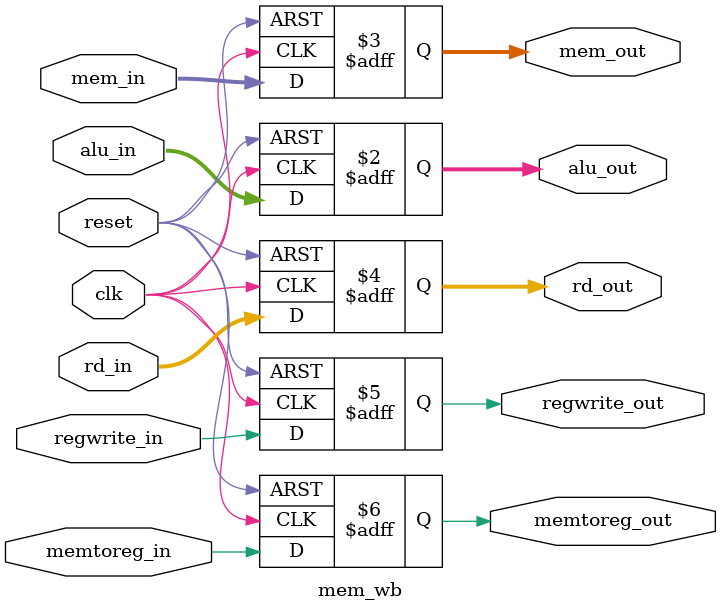
<source format=v>
`timescale 1ns/1ps
module mem_wb(
    input clk, reset,
    input [31:0] alu_in, mem_in,
    input [4:0] rd_in,
    input regwrite_in, memtoreg_in,
    output reg [31:0] alu_out, mem_out,
    output reg [4:0] rd_out,
    output reg regwrite_out, memtoreg_out
);

always @(posedge clk or posedge reset) begin
    if(reset) begin
        alu_out<=0; mem_out<=0; rd_out<=0;
        regwrite_out<=0; memtoreg_out<=0;
    end else begin
        alu_out<=alu_in;
        mem_out<=mem_in;
        rd_out<=rd_in;
        regwrite_out<=regwrite_in;
        memtoreg_out<=memtoreg_in;
    end
end

endmodule

</source>
